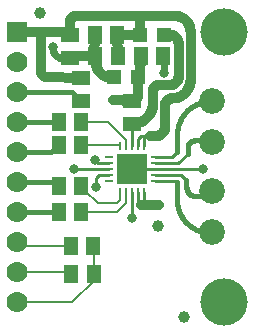
<source format=gbr>
G04 EAGLE Gerber RS-274X export*
G75*
%MOMM*%
%FSLAX34Y34*%
%LPD*%
%INTop Copper*%
%IPPOS*%
%AMOC8*
5,1,8,0,0,1.08239X$1,22.5*%
G01*
%ADD10R,1.300000X1.500000*%
%ADD11R,1.200000X1.300000*%
%ADD12R,1.500000X1.300000*%
%ADD13R,1.778000X1.778000*%
%ADD14C,1.778000*%
%ADD15C,2.184400*%
%ADD16C,1.000000*%
%ADD17C,4.000000*%
%ADD18R,0.280000X0.730000*%
%ADD19R,0.730000X0.280000*%
%ADD20R,2.500000X2.500000*%
%ADD21C,0.254000*%
%ADD22C,0.800100*%
%ADD23C,0.203200*%
%ADD24C,0.812800*%
%ADD25C,0.609600*%
%ADD26C,0.406400*%


D10*
X61160Y73430D03*
X80160Y73430D03*
X61450Y49760D03*
X80450Y49760D03*
D11*
X119680Y251750D03*
X140000Y251750D03*
X97460Y215870D03*
X117780Y215870D03*
D12*
X60540Y251640D03*
X60540Y232640D03*
X113250Y176740D03*
X113250Y195740D03*
D13*
X15240Y254000D03*
D14*
X15240Y228600D03*
X15240Y203200D03*
X15240Y177800D03*
X15240Y152400D03*
X15240Y127000D03*
X15240Y101600D03*
X15240Y76200D03*
X15240Y50800D03*
X15240Y25400D03*
D10*
X139340Y233650D03*
X120340Y233650D03*
X100610Y251750D03*
X81610Y251750D03*
D15*
X180340Y119600D03*
X180340Y84600D03*
X180340Y195800D03*
X180340Y160800D03*
D16*
X34920Y270050D03*
X156680Y13010D03*
D17*
X190500Y25400D03*
X190500Y254000D03*
D10*
X50770Y101870D03*
X69770Y101870D03*
X50770Y123590D03*
X69770Y123590D03*
X50770Y158680D03*
X69770Y158680D03*
X50770Y178130D03*
X69770Y178130D03*
D18*
X103030Y118780D03*
X108030Y118780D03*
X113030Y118780D03*
X118030Y118780D03*
X123030Y118780D03*
D19*
X132680Y128430D03*
X132680Y133430D03*
X132680Y138430D03*
X132680Y143430D03*
X132680Y148430D03*
D18*
X123030Y158080D03*
X118030Y158080D03*
X113030Y158080D03*
X108030Y158080D03*
X103030Y158080D03*
D19*
X93380Y148430D03*
X93380Y143430D03*
X93380Y138430D03*
X93380Y133430D03*
X93380Y128430D03*
D20*
X113030Y138430D03*
D10*
X100940Y233680D03*
X81940Y233680D03*
D12*
X69850Y196240D03*
X69850Y215240D03*
D16*
X134620Y90170D03*
D21*
X93380Y143430D02*
X83900Y143430D01*
X81280Y146050D01*
D22*
X81280Y146050D03*
D23*
X61160Y73430D02*
X18070Y73430D01*
X15240Y76200D01*
D21*
X85170Y133430D02*
X93380Y133430D01*
X85170Y133430D02*
X82550Y130810D01*
X82550Y123190D01*
D22*
X82550Y123190D03*
D23*
X59450Y51100D02*
X15240Y50800D01*
X59450Y51100D02*
X61450Y49760D01*
D21*
X61830Y50800D01*
D24*
X35560Y254300D02*
X15240Y254000D01*
X35560Y254300D02*
X35560Y222250D01*
X35562Y222092D01*
X35568Y221933D01*
X35578Y221775D01*
X35592Y221618D01*
X35609Y221460D01*
X35631Y221304D01*
X35656Y221147D01*
X35686Y220992D01*
X35719Y220837D01*
X35756Y220683D01*
X35797Y220530D01*
X35842Y220378D01*
X35891Y220228D01*
X35943Y220078D01*
X35999Y219930D01*
X36059Y219783D01*
X36122Y219638D01*
X36189Y219495D01*
X36259Y219353D01*
X36333Y219213D01*
X36411Y219075D01*
X36492Y218939D01*
X36576Y218805D01*
X36663Y218673D01*
X36754Y218543D01*
X36848Y218416D01*
X36945Y218291D01*
X37046Y218168D01*
X37149Y218048D01*
X37255Y217931D01*
X37364Y217816D01*
X37476Y217704D01*
X37591Y217595D01*
X37708Y217489D01*
X37828Y217386D01*
X37951Y217285D01*
X38076Y217188D01*
X38203Y217094D01*
X38333Y217003D01*
X38465Y216916D01*
X38599Y216832D01*
X38735Y216751D01*
X38873Y216673D01*
X39013Y216599D01*
X39155Y216529D01*
X39298Y216462D01*
X39443Y216399D01*
X39590Y216339D01*
X39738Y216283D01*
X39888Y216231D01*
X40038Y216182D01*
X40190Y216137D01*
X40343Y216096D01*
X40497Y216059D01*
X40652Y216026D01*
X40807Y215996D01*
X40964Y215971D01*
X41120Y215949D01*
X41278Y215932D01*
X41435Y215918D01*
X41593Y215908D01*
X41752Y215902D01*
X41910Y215900D01*
X69850Y215240D01*
X60540Y251640D02*
X60540Y262470D01*
X60542Y262616D01*
X60548Y262763D01*
X60558Y262909D01*
X60571Y263055D01*
X60589Y263200D01*
X60610Y263345D01*
X60635Y263489D01*
X60664Y263633D01*
X60697Y263775D01*
X60734Y263917D01*
X60774Y264058D01*
X60818Y264197D01*
X60866Y264336D01*
X60918Y264473D01*
X60973Y264609D01*
X61032Y264743D01*
X61094Y264875D01*
X61160Y265006D01*
X61229Y265135D01*
X61301Y265262D01*
X61377Y265387D01*
X61457Y265510D01*
X61539Y265631D01*
X61625Y265750D01*
X61714Y265866D01*
X61806Y265980D01*
X61901Y266092D01*
X61999Y266201D01*
X62099Y266307D01*
X62203Y266411D01*
X62309Y266511D01*
X62418Y266609D01*
X62530Y266704D01*
X62644Y266796D01*
X62760Y266885D01*
X62879Y266971D01*
X63000Y267053D01*
X63123Y267133D01*
X63248Y267209D01*
X63375Y267281D01*
X63504Y267350D01*
X63635Y267416D01*
X63767Y267478D01*
X63901Y267537D01*
X64037Y267592D01*
X64174Y267644D01*
X64313Y267692D01*
X64452Y267736D01*
X64593Y267776D01*
X64735Y267813D01*
X64877Y267846D01*
X65021Y267875D01*
X65165Y267900D01*
X65310Y267921D01*
X65455Y267939D01*
X65601Y267952D01*
X65747Y267962D01*
X65894Y267968D01*
X66040Y267970D01*
X119380Y267970D01*
X119380Y252050D02*
X119382Y252016D01*
X119388Y251983D01*
X119397Y251951D01*
X119410Y251920D01*
X119426Y251890D01*
X119445Y251863D01*
X119468Y251838D01*
X119493Y251815D01*
X119520Y251796D01*
X119550Y251780D01*
X119581Y251767D01*
X119613Y251758D01*
X119646Y251752D01*
X119680Y251750D01*
X100610Y251750D01*
X101270Y234010D01*
X101236Y234008D01*
X101201Y234003D01*
X101168Y233994D01*
X101136Y233981D01*
X101105Y233966D01*
X101076Y233947D01*
X101049Y233925D01*
X101025Y233901D01*
X101003Y233874D01*
X100984Y233845D01*
X100969Y233814D01*
X100956Y233782D01*
X100947Y233749D01*
X100942Y233714D01*
X100940Y233680D01*
D21*
X118030Y163750D02*
X118030Y158080D01*
X118030Y163750D02*
X120650Y166370D01*
X121920Y166370D01*
X123030Y165260D02*
X123030Y158080D01*
X123030Y165260D02*
X121920Y166370D01*
X128270Y166370D01*
D24*
X133350Y166370D01*
X162560Y215900D02*
X162560Y254000D01*
X162571Y254322D01*
X162575Y254645D01*
X162571Y254968D01*
X162559Y255290D01*
X162539Y255612D01*
X162512Y255933D01*
X162476Y256254D01*
X162433Y256574D01*
X162383Y256892D01*
X162324Y257210D01*
X162258Y257525D01*
X162185Y257840D01*
X162103Y258152D01*
X162015Y258462D01*
X161919Y258770D01*
X161815Y259075D01*
X161704Y259378D01*
X161586Y259678D01*
X161460Y259976D01*
X161328Y260270D01*
X161188Y260561D01*
X161041Y260848D01*
X160888Y261132D01*
X160727Y261412D01*
X160560Y261687D01*
X160386Y261959D01*
X160206Y262227D01*
X160019Y262490D01*
X159827Y262749D01*
X159627Y263002D01*
X159422Y263251D01*
X159211Y263495D01*
X158994Y263734D01*
X158771Y263967D01*
X158543Y264195D01*
X158309Y264418D01*
X158070Y264634D01*
X157826Y264845D01*
X157577Y265050D01*
X157323Y265249D01*
X157064Y265441D01*
X156800Y265628D01*
X156533Y265807D01*
X156261Y265981D01*
X155984Y266147D01*
X155704Y266307D01*
X155420Y266460D01*
X155133Y266607D01*
X154842Y266746D01*
X154547Y266878D01*
X154250Y267003D01*
X153950Y267121D01*
X153647Y267232D01*
X153341Y267335D01*
X153033Y267430D01*
X152722Y267519D01*
X152410Y267599D01*
X152096Y267673D01*
X151780Y267738D01*
X151463Y267796D01*
X151144Y267846D01*
X150824Y267889D01*
X150504Y267924D01*
X150182Y267951D01*
X149860Y267970D01*
X119380Y267970D01*
X119380Y252050D01*
X140970Y173990D02*
X140968Y173806D01*
X140961Y173622D01*
X140950Y173438D01*
X140934Y173255D01*
X140914Y173072D01*
X140890Y172889D01*
X140861Y172707D01*
X140828Y172526D01*
X140790Y172346D01*
X140749Y172166D01*
X140702Y171988D01*
X140652Y171811D01*
X140597Y171635D01*
X140538Y171461D01*
X140475Y171288D01*
X140407Y171117D01*
X140336Y170947D01*
X140260Y170779D01*
X140181Y170613D01*
X140097Y170449D01*
X140010Y170287D01*
X139918Y170127D01*
X139823Y169969D01*
X139724Y169814D01*
X139621Y169661D01*
X139515Y169511D01*
X139405Y169363D01*
X139291Y169218D01*
X139174Y169076D01*
X139054Y168937D01*
X138930Y168801D01*
X138803Y168667D01*
X138673Y168537D01*
X138539Y168410D01*
X138403Y168286D01*
X138264Y168166D01*
X138122Y168049D01*
X137977Y167935D01*
X137829Y167825D01*
X137679Y167719D01*
X137526Y167616D01*
X137371Y167517D01*
X137213Y167422D01*
X137053Y167330D01*
X136891Y167243D01*
X136727Y167159D01*
X136561Y167080D01*
X136393Y167004D01*
X136223Y166933D01*
X136052Y166865D01*
X135879Y166802D01*
X135705Y166743D01*
X135529Y166688D01*
X135352Y166638D01*
X135174Y166591D01*
X134994Y166550D01*
X134814Y166512D01*
X134633Y166479D01*
X134451Y166450D01*
X134268Y166426D01*
X134085Y166406D01*
X133902Y166390D01*
X133718Y166379D01*
X133534Y166372D01*
X133350Y166370D01*
D21*
X118030Y118780D02*
X118030Y108030D01*
X120650Y107950D01*
D22*
X135890Y107950D03*
X133350Y166370D03*
D21*
X123030Y118780D02*
X123030Y108110D01*
X123190Y107950D01*
D24*
X120650Y107950D01*
X123190Y107950D02*
X135890Y107950D01*
X140970Y173990D02*
X140970Y191770D01*
X140972Y191928D01*
X140978Y192087D01*
X140988Y192245D01*
X141002Y192402D01*
X141019Y192560D01*
X141041Y192716D01*
X141066Y192873D01*
X141096Y193028D01*
X141129Y193183D01*
X141166Y193337D01*
X141207Y193490D01*
X141252Y193642D01*
X141301Y193792D01*
X141353Y193942D01*
X141409Y194090D01*
X141469Y194237D01*
X141532Y194382D01*
X141599Y194525D01*
X141669Y194667D01*
X141743Y194807D01*
X141821Y194945D01*
X141902Y195081D01*
X141986Y195215D01*
X142073Y195347D01*
X142164Y195477D01*
X142258Y195604D01*
X142355Y195729D01*
X142456Y195852D01*
X142559Y195972D01*
X142665Y196089D01*
X142774Y196204D01*
X142886Y196316D01*
X143001Y196425D01*
X143118Y196531D01*
X143238Y196634D01*
X143361Y196735D01*
X143486Y196832D01*
X143613Y196926D01*
X143743Y197017D01*
X143875Y197104D01*
X144009Y197188D01*
X144145Y197269D01*
X144283Y197347D01*
X144423Y197421D01*
X144565Y197491D01*
X144708Y197558D01*
X144853Y197621D01*
X145000Y197681D01*
X145148Y197737D01*
X145298Y197789D01*
X145448Y197838D01*
X145600Y197883D01*
X145753Y197924D01*
X145907Y197961D01*
X146062Y197994D01*
X146217Y198024D01*
X146374Y198049D01*
X146530Y198071D01*
X146688Y198088D01*
X146845Y198102D01*
X147003Y198112D01*
X147162Y198118D01*
X147320Y198120D01*
X148590Y198120D01*
X148973Y198171D01*
X149355Y198230D01*
X149735Y198300D01*
X150113Y198378D01*
X150490Y198465D01*
X150864Y198562D01*
X151236Y198667D01*
X151605Y198782D01*
X151971Y198905D01*
X152334Y199037D01*
X152694Y199178D01*
X153050Y199327D01*
X153402Y199486D01*
X153751Y199652D01*
X154096Y199827D01*
X154436Y200010D01*
X154771Y200202D01*
X155102Y200401D01*
X155428Y200608D01*
X155749Y200824D01*
X156065Y201046D01*
X156375Y201277D01*
X156680Y201515D01*
X156978Y201760D01*
X157271Y202012D01*
X157557Y202272D01*
X157837Y202538D01*
X158111Y202810D01*
X158378Y203090D01*
X158638Y203376D01*
X158891Y203668D01*
X159137Y203965D01*
X159376Y204269D01*
X159607Y204579D01*
X159831Y204894D01*
X160047Y205214D01*
X160255Y205540D01*
X160456Y205870D01*
X160648Y206205D01*
X160832Y206545D01*
X161008Y206889D01*
X161176Y207237D01*
X161335Y207589D01*
X161485Y207945D01*
X161627Y208304D01*
X161760Y208667D01*
X161885Y209033D01*
X162000Y209402D01*
X162106Y209773D01*
X162204Y210147D01*
X162292Y210523D01*
X162372Y210901D01*
X162442Y211281D01*
X162503Y211663D01*
X162555Y212045D01*
X162597Y212430D01*
X162630Y212814D01*
X162654Y213200D01*
X162669Y213586D01*
X162674Y213973D01*
X162670Y214359D01*
X162656Y214745D01*
X162634Y215131D01*
X162602Y215516D01*
X162560Y215900D01*
X58540Y254300D02*
X35560Y254300D01*
X58540Y254300D02*
X58634Y254285D01*
X58726Y254266D01*
X58818Y254243D01*
X58909Y254217D01*
X58999Y254187D01*
X59088Y254153D01*
X59175Y254116D01*
X59261Y254075D01*
X59345Y254031D01*
X59427Y253984D01*
X59507Y253933D01*
X59585Y253880D01*
X59661Y253823D01*
X59734Y253763D01*
X59805Y253700D01*
X59873Y253634D01*
X59939Y253566D01*
X60002Y253495D01*
X60062Y253422D01*
X60119Y253346D01*
X60173Y253268D01*
X60223Y253188D01*
X60271Y253106D01*
X60315Y253022D01*
X60355Y252936D01*
X60393Y252849D01*
X60426Y252761D01*
X60456Y252671D01*
X60483Y252580D01*
X60505Y252488D01*
X60524Y252395D01*
X60540Y252301D01*
X60551Y252207D01*
X60559Y252113D01*
X60563Y252018D01*
X60563Y251923D01*
X60559Y251829D01*
X60551Y251734D01*
X60540Y251640D01*
D21*
X132680Y138430D02*
X172720Y138430D01*
D22*
X172720Y138430D03*
D24*
X80950Y234010D02*
X81610Y251750D01*
X80950Y234010D02*
X80975Y233964D01*
X81004Y233919D01*
X81035Y233877D01*
X81070Y233837D01*
X81107Y233800D01*
X81147Y233766D01*
X81189Y233734D01*
X81233Y233705D01*
X81279Y233680D01*
X81327Y233658D01*
X81377Y233640D01*
X81427Y233625D01*
X81479Y233614D01*
X81531Y233606D01*
X81583Y233602D01*
X81636Y233602D01*
X81689Y233606D01*
X81741Y233614D01*
X81792Y233625D01*
X81843Y233640D01*
X81892Y233658D01*
X81940Y233680D01*
X94010Y215870D02*
X97460Y215870D01*
X94010Y215870D02*
X93698Y215905D01*
X93387Y215948D01*
X93077Y215998D01*
X92768Y216056D01*
X92461Y216121D01*
X92156Y216194D01*
X91852Y216275D01*
X91551Y216363D01*
X91252Y216458D01*
X90955Y216560D01*
X90661Y216670D01*
X90369Y216787D01*
X90081Y216911D01*
X89796Y217042D01*
X89514Y217180D01*
X89235Y217325D01*
X88960Y217477D01*
X88689Y217635D01*
X88422Y217800D01*
X88159Y217972D01*
X87901Y218150D01*
X87646Y218334D01*
X87397Y218525D01*
X87152Y218721D01*
X86912Y218924D01*
X86677Y219132D01*
X86447Y219346D01*
X86223Y219565D01*
X86004Y219790D01*
X85790Y220021D01*
X85583Y220256D01*
X85381Y220497D01*
X85185Y220742D01*
X84995Y220992D01*
X84811Y221247D01*
X84634Y221506D01*
X84463Y221769D01*
X84299Y222037D01*
X84141Y222308D01*
X83990Y222584D01*
X83846Y222863D01*
X83708Y223145D01*
X83578Y223430D01*
X83455Y223719D01*
X83338Y224011D01*
X83229Y224305D01*
X83128Y224602D01*
X83033Y224902D01*
X82946Y225203D01*
X82866Y225507D01*
X82794Y225813D01*
X82730Y226120D01*
X82673Y226429D01*
X82623Y226739D01*
X82581Y227050D01*
X82547Y227362D01*
X82520Y227675D01*
X82502Y227988D01*
X82490Y228302D01*
X82487Y228616D01*
X82491Y228930D01*
X82503Y229244D01*
X82523Y229557D01*
X82550Y229870D01*
X82550Y232410D01*
X82568Y232467D01*
X82583Y232526D01*
X82594Y232585D01*
X82601Y232645D01*
X82605Y232705D01*
X82606Y232765D01*
X82602Y232825D01*
X82595Y232885D01*
X82585Y232944D01*
X82571Y233002D01*
X82553Y233060D01*
X82532Y233116D01*
X82508Y233171D01*
X82480Y233225D01*
X82449Y233276D01*
X82415Y233326D01*
X82379Y233374D01*
X82339Y233419D01*
X82297Y233462D01*
X82252Y233502D01*
X82205Y233539D01*
X82155Y233574D01*
X82104Y233605D01*
X82051Y233633D01*
X81996Y233658D01*
X81940Y233680D01*
X80950Y234010D02*
X62570Y234010D01*
X62489Y234024D01*
X62407Y234034D01*
X62325Y234040D01*
X62242Y234042D01*
X62160Y234040D01*
X62078Y234034D01*
X61996Y234025D01*
X61914Y234011D01*
X61834Y233994D01*
X61754Y233972D01*
X61676Y233947D01*
X61598Y233919D01*
X61523Y233886D01*
X61448Y233851D01*
X61376Y233811D01*
X61306Y233768D01*
X61237Y233722D01*
X61171Y233673D01*
X61108Y233620D01*
X61046Y233565D01*
X60988Y233507D01*
X60933Y233446D01*
X60880Y233382D01*
X60830Y233317D01*
X60784Y233248D01*
X60741Y233178D01*
X60702Y233106D01*
X60665Y233032D01*
X60633Y232956D01*
X60604Y232879D01*
X60579Y232800D01*
X60557Y232721D01*
X60540Y232640D01*
D25*
X139340Y233650D02*
X140000Y220000D01*
D22*
X140000Y220000D03*
X45720Y241300D03*
D25*
X55040Y231980D02*
X60540Y232640D01*
X55040Y231980D02*
X54815Y231983D01*
X54590Y231991D01*
X54365Y232004D01*
X54140Y232024D01*
X53917Y232048D01*
X53693Y232078D01*
X53471Y232113D01*
X53249Y232154D01*
X53029Y232200D01*
X52810Y232251D01*
X52592Y232307D01*
X52375Y232369D01*
X52160Y232436D01*
X51947Y232508D01*
X51735Y232586D01*
X51525Y232668D01*
X51318Y232755D01*
X51113Y232848D01*
X50909Y232945D01*
X50709Y233048D01*
X50511Y233155D01*
X50315Y233266D01*
X50122Y233383D01*
X49933Y233504D01*
X49746Y233630D01*
X49562Y233760D01*
X49381Y233895D01*
X49204Y234033D01*
X49030Y234177D01*
X48860Y234324D01*
X48693Y234475D01*
X48530Y234631D01*
X48371Y234790D01*
X48215Y234953D01*
X48064Y235120D01*
X47917Y235290D01*
X47773Y235464D01*
X47635Y235641D01*
X47500Y235822D01*
X47370Y236006D01*
X47244Y236193D01*
X47123Y236382D01*
X47006Y236575D01*
X46895Y236771D01*
X46788Y236969D01*
X46685Y237169D01*
X46588Y237373D01*
X46495Y237578D01*
X46408Y237785D01*
X46326Y237995D01*
X46248Y238207D01*
X46176Y238420D01*
X46109Y238635D01*
X46047Y238852D01*
X45991Y239070D01*
X45940Y239289D01*
X45894Y239509D01*
X45853Y239731D01*
X45818Y239953D01*
X45788Y240177D01*
X45764Y240400D01*
X45744Y240625D01*
X45731Y240850D01*
X45723Y241075D01*
X45720Y241300D01*
D21*
X113030Y138430D02*
X132680Y138430D01*
D22*
X113030Y138430D03*
D21*
X113030Y158080D02*
X113030Y175860D01*
X113250Y176740D01*
D24*
X140000Y251750D02*
X144490Y251750D01*
X144666Y251764D01*
X144842Y251773D01*
X145019Y251777D01*
X145195Y251778D01*
X145372Y251774D01*
X145548Y251766D01*
X145724Y251753D01*
X145900Y251737D01*
X146075Y251716D01*
X146250Y251691D01*
X146424Y251662D01*
X146597Y251628D01*
X146769Y251590D01*
X146941Y251549D01*
X147111Y251503D01*
X147280Y251453D01*
X147448Y251399D01*
X147615Y251340D01*
X147780Y251278D01*
X147944Y251212D01*
X148106Y251142D01*
X148266Y251068D01*
X148424Y250990D01*
X148581Y250909D01*
X148735Y250823D01*
X148888Y250734D01*
X149038Y250641D01*
X149186Y250545D01*
X149331Y250445D01*
X149474Y250342D01*
X149615Y250235D01*
X149752Y250125D01*
X149888Y250011D01*
X150020Y249895D01*
X150150Y249775D01*
X150276Y249652D01*
X150400Y249526D01*
X150520Y249397D01*
X150638Y249265D01*
X150752Y249130D01*
X150863Y248993D01*
X150970Y248853D01*
X151074Y248711D01*
X151175Y248566D01*
X151272Y248418D01*
X151365Y248269D01*
X151455Y248117D01*
X151541Y247963D01*
X151624Y247807D01*
X151702Y247649D01*
X151777Y247489D01*
X151848Y247327D01*
X151915Y247164D01*
X151978Y246999D01*
X152037Y246833D01*
X152092Y246665D01*
X152143Y246496D01*
X152190Y246326D01*
X152232Y246155D01*
X152271Y245982D01*
X152305Y245809D01*
X152335Y245635D01*
X152361Y245461D01*
X152383Y245286D01*
X152400Y245110D01*
X152400Y215900D01*
X130810Y193640D02*
X130797Y193224D01*
X130774Y192808D01*
X130741Y192393D01*
X130698Y191979D01*
X130644Y191566D01*
X130581Y191154D01*
X130508Y190744D01*
X130425Y190336D01*
X130333Y189930D01*
X130230Y189526D01*
X130118Y189125D01*
X129996Y188727D01*
X129865Y188332D01*
X129724Y187940D01*
X129573Y187552D01*
X129413Y187167D01*
X129244Y186786D01*
X129066Y186410D01*
X128879Y186038D01*
X128683Y185671D01*
X128478Y185308D01*
X128264Y184951D01*
X128042Y184599D01*
X127811Y184252D01*
X127572Y183911D01*
X127325Y183576D01*
X127070Y183246D01*
X126807Y182924D01*
X126536Y182607D01*
X126258Y182297D01*
X125972Y181995D01*
X125679Y181699D01*
X125379Y181410D01*
X125072Y181128D01*
X124758Y180854D01*
X124438Y180588D01*
X124112Y180330D01*
X123779Y180079D01*
X123440Y179837D01*
X123096Y179603D01*
X122746Y179377D01*
X122391Y179160D01*
X122030Y178951D01*
X121665Y178751D01*
X121295Y178560D01*
X120920Y178378D01*
X120541Y178206D01*
X120158Y178042D01*
X119772Y177888D01*
X119381Y177743D01*
X118987Y177607D01*
X118590Y177481D01*
X118191Y177365D01*
X117788Y177259D01*
X117383Y177162D01*
X116976Y177075D01*
X116566Y176998D01*
X116155Y176931D01*
X115743Y176873D01*
X115329Y176826D01*
X114914Y176789D01*
X114499Y176762D01*
X114083Y176744D01*
X113666Y176737D01*
X113250Y176740D01*
X144780Y209550D02*
X144949Y209537D01*
X145118Y209527D01*
X145288Y209522D01*
X145457Y209521D01*
X145627Y209524D01*
X145796Y209531D01*
X145965Y209543D01*
X146134Y209558D01*
X146302Y209577D01*
X146470Y209601D01*
X146637Y209628D01*
X146804Y209660D01*
X146970Y209695D01*
X147134Y209735D01*
X147298Y209779D01*
X147461Y209826D01*
X147622Y209877D01*
X147783Y209933D01*
X147942Y209992D01*
X148099Y210055D01*
X148255Y210122D01*
X148409Y210192D01*
X148561Y210266D01*
X148712Y210344D01*
X148860Y210426D01*
X149007Y210511D01*
X149152Y210599D01*
X149294Y210691D01*
X149434Y210787D01*
X149572Y210885D01*
X149707Y210988D01*
X149840Y211093D01*
X149970Y211201D01*
X150098Y211313D01*
X150222Y211428D01*
X150344Y211545D01*
X150464Y211666D01*
X150580Y211789D01*
X150693Y211915D01*
X150803Y212044D01*
X150910Y212176D01*
X151014Y212310D01*
X151114Y212446D01*
X151211Y212585D01*
X151305Y212727D01*
X151395Y212870D01*
X151482Y213016D01*
X151565Y213163D01*
X151645Y213313D01*
X151721Y213464D01*
X151793Y213618D01*
X151862Y213773D01*
X151927Y213929D01*
X151988Y214087D01*
X152045Y214247D01*
X152099Y214408D01*
X152148Y214570D01*
X152194Y214733D01*
X152235Y214897D01*
X152273Y215063D01*
X152306Y215229D01*
X152336Y215396D01*
X152361Y215563D01*
X152383Y215731D01*
X152400Y215900D01*
X144780Y209550D02*
X135890Y209550D01*
X135741Y209531D01*
X135592Y209509D01*
X135444Y209482D01*
X135296Y209452D01*
X135150Y209418D01*
X135004Y209380D01*
X134859Y209338D01*
X134716Y209293D01*
X134573Y209244D01*
X134433Y209191D01*
X134293Y209134D01*
X134155Y209074D01*
X134019Y209010D01*
X133884Y208943D01*
X133751Y208872D01*
X133620Y208797D01*
X133492Y208720D01*
X133365Y208639D01*
X133240Y208554D01*
X133118Y208467D01*
X132998Y208376D01*
X132880Y208282D01*
X132765Y208185D01*
X132652Y208085D01*
X132542Y207982D01*
X132435Y207877D01*
X132331Y207768D01*
X132229Y207657D01*
X132131Y207543D01*
X132035Y207427D01*
X131943Y207308D01*
X131853Y207187D01*
X131767Y207064D01*
X131684Y206938D01*
X131605Y206810D01*
X131528Y206680D01*
X131456Y206549D01*
X131386Y206415D01*
X131321Y206280D01*
X131258Y206143D01*
X131200Y206004D01*
X131145Y205864D01*
X131094Y205722D01*
X131046Y205579D01*
X131002Y205435D01*
X130962Y205290D01*
X130926Y205144D01*
X130894Y204997D01*
X130865Y204849D01*
X130841Y204701D01*
X130820Y204552D01*
X130803Y204402D01*
X130790Y204252D01*
X130781Y204102D01*
X130776Y203951D01*
X130775Y203801D01*
X130778Y203650D01*
X130785Y203500D01*
X130796Y203350D01*
X130810Y203200D01*
X130810Y193640D01*
X119680Y217770D02*
X120340Y233650D01*
X119680Y217770D02*
X119678Y217685D01*
X119672Y217600D01*
X119663Y217515D01*
X119649Y217431D01*
X119632Y217347D01*
X119612Y217265D01*
X119587Y217183D01*
X119559Y217102D01*
X119527Y217023D01*
X119492Y216946D01*
X119453Y216870D01*
X119411Y216795D01*
X119366Y216723D01*
X119317Y216653D01*
X119265Y216585D01*
X119211Y216520D01*
X119153Y216457D01*
X119093Y216397D01*
X119030Y216339D01*
X118965Y216285D01*
X118897Y216233D01*
X118827Y216184D01*
X118755Y216139D01*
X118680Y216097D01*
X118604Y216058D01*
X118527Y216023D01*
X118448Y215991D01*
X118367Y215963D01*
X118285Y215938D01*
X118203Y215918D01*
X118119Y215901D01*
X118035Y215887D01*
X117950Y215878D01*
X117865Y215872D01*
X117780Y215870D01*
X117780Y200930D01*
X117787Y200794D01*
X117791Y200657D01*
X117790Y200520D01*
X117786Y200384D01*
X117778Y200247D01*
X117766Y200111D01*
X117751Y199976D01*
X117731Y199840D01*
X117708Y199706D01*
X117681Y199572D01*
X117651Y199439D01*
X117616Y199306D01*
X117578Y199175D01*
X117536Y199045D01*
X117491Y198916D01*
X117442Y198789D01*
X117389Y198663D01*
X117333Y198538D01*
X117273Y198415D01*
X117210Y198294D01*
X117144Y198174D01*
X117074Y198057D01*
X117001Y197941D01*
X116925Y197828D01*
X116846Y197717D01*
X116764Y197608D01*
X116678Y197501D01*
X116590Y197397D01*
X116498Y197295D01*
X116404Y197196D01*
X116308Y197100D01*
X116208Y197006D01*
X116106Y196915D01*
X116001Y196827D01*
X115894Y196743D01*
X115785Y196661D01*
X115673Y196582D01*
X115560Y196506D01*
X115444Y196434D01*
X115326Y196365D01*
X115206Y196299D01*
X115085Y196236D01*
X114961Y196177D01*
X114837Y196122D01*
X114710Y196070D01*
X114582Y196021D01*
X114453Y195977D01*
X114323Y195935D01*
X114192Y195898D01*
X114059Y195864D01*
X113926Y195834D01*
X113792Y195808D01*
X113657Y195785D01*
X113522Y195766D01*
X113386Y195751D01*
X113250Y195740D01*
X96970Y196400D01*
X96928Y196402D01*
X96887Y196408D01*
X96847Y196417D01*
X96807Y196430D01*
X96769Y196447D01*
X96733Y196467D01*
X96699Y196491D01*
X96667Y196517D01*
X96637Y196547D01*
X96611Y196579D01*
X96587Y196613D01*
X96567Y196649D01*
X96550Y196687D01*
X96537Y196727D01*
X96528Y196767D01*
X96522Y196808D01*
X96520Y196850D01*
D22*
X96520Y196850D03*
D21*
X113030Y118780D02*
X113030Y96520D01*
D22*
X113030Y96520D03*
D26*
X48810Y101900D02*
X15240Y101600D01*
X48810Y101900D02*
X50770Y101870D01*
X45130Y127300D02*
X15240Y127000D01*
X45130Y127300D02*
X50770Y123590D01*
X48840Y178100D02*
X15240Y177800D01*
X48840Y178100D02*
X50770Y178130D01*
X44130Y152700D02*
X15240Y152400D01*
X44130Y152700D02*
X50770Y158680D01*
D21*
X132680Y133430D02*
X154283Y133430D01*
X159096Y128616D01*
D26*
X159096Y122844D01*
X159098Y122668D01*
X159104Y122493D01*
X159115Y122317D01*
X159130Y122142D01*
X159149Y121967D01*
X159172Y121793D01*
X159200Y121619D01*
X159232Y121446D01*
X159267Y121274D01*
X159307Y121103D01*
X159351Y120933D01*
X159400Y120764D01*
X159452Y120596D01*
X159508Y120430D01*
X159569Y120265D01*
X159633Y120101D01*
X159701Y119939D01*
X159773Y119779D01*
X159849Y119620D01*
X159929Y119464D01*
X160013Y119309D01*
X160100Y119156D01*
X160191Y119006D01*
X160286Y118858D01*
X160384Y118712D01*
X160485Y118568D01*
X160590Y118427D01*
X160699Y118289D01*
X160810Y118153D01*
X160925Y118020D01*
X161043Y117890D01*
X161165Y117763D01*
X161289Y117639D01*
X161416Y117517D01*
X161546Y117399D01*
X161679Y117284D01*
X161815Y117173D01*
X161953Y117064D01*
X162094Y116959D01*
X162238Y116858D01*
X162384Y116760D01*
X162532Y116665D01*
X162682Y116574D01*
X162835Y116487D01*
X162990Y116403D01*
X163146Y116323D01*
X163305Y116247D01*
X163465Y116175D01*
X163627Y116107D01*
X163791Y116043D01*
X163956Y115982D01*
X164122Y115926D01*
X164290Y115874D01*
X164459Y115825D01*
X164629Y115781D01*
X164800Y115741D01*
X164972Y115706D01*
X165145Y115674D01*
X165319Y115646D01*
X165493Y115623D01*
X165668Y115604D01*
X165843Y115589D01*
X166019Y115578D01*
X166194Y115572D01*
X166370Y115570D01*
X180680Y115570D01*
X180746Y115651D01*
X180809Y115734D01*
X180869Y115820D01*
X180926Y115908D01*
X180979Y115997D01*
X181029Y116089D01*
X181076Y116183D01*
X181119Y116278D01*
X181159Y116374D01*
X181195Y116472D01*
X181228Y116571D01*
X181257Y116672D01*
X181282Y116773D01*
X181304Y116875D01*
X181321Y116978D01*
X181336Y117082D01*
X181346Y117186D01*
X181352Y117290D01*
X181355Y117395D01*
X181354Y117499D01*
X181349Y117603D01*
X181340Y117707D01*
X181327Y117811D01*
X181311Y117914D01*
X181291Y118017D01*
X181267Y118119D01*
X181240Y118219D01*
X181208Y118319D01*
X181174Y118418D01*
X181135Y118515D01*
X181093Y118610D01*
X181048Y118704D01*
X180999Y118797D01*
X180947Y118887D01*
X180891Y118976D01*
X180833Y119062D01*
X180771Y119147D01*
X180706Y119229D01*
X180639Y119308D01*
X180568Y119385D01*
X180495Y119460D01*
X180419Y119531D01*
X180340Y119600D01*
D21*
X149700Y128430D02*
X132680Y128430D01*
X149700Y128430D02*
X151130Y127000D01*
D26*
X151130Y110980D01*
X151172Y110309D01*
X151231Y109639D01*
X151306Y108970D01*
X151396Y108304D01*
X151503Y107640D01*
X151626Y106979D01*
X151765Y106321D01*
X151920Y105666D01*
X152090Y105016D01*
X152276Y104369D01*
X152478Y103728D01*
X152695Y103091D01*
X152928Y102460D01*
X153175Y101835D01*
X153438Y101216D01*
X153716Y100603D01*
X154008Y99997D01*
X154315Y99399D01*
X154636Y98808D01*
X154971Y98225D01*
X155321Y97650D01*
X155684Y97084D01*
X156061Y96527D01*
X156451Y95979D01*
X156854Y95441D01*
X157270Y94913D01*
X157699Y94395D01*
X158140Y93887D01*
X158593Y93390D01*
X159058Y92904D01*
X159535Y92430D01*
X160023Y91967D01*
X160522Y91517D01*
X161032Y91078D01*
X161553Y90652D01*
X162083Y90238D01*
X162623Y89838D01*
X163173Y89451D01*
X163732Y89077D01*
X164300Y88716D01*
X164877Y88370D01*
X165461Y88037D01*
X166054Y87719D01*
X166654Y87415D01*
X167261Y87126D01*
X167875Y86852D01*
X168495Y86592D01*
X169122Y86348D01*
X169754Y86118D01*
X170392Y85904D01*
X171034Y85706D01*
X171682Y85523D01*
X172333Y85356D01*
X172988Y85205D01*
X173647Y85069D01*
X174309Y84949D01*
X174973Y84846D01*
X175640Y84759D01*
X176309Y84687D01*
X176979Y84632D01*
X177651Y84593D01*
X178323Y84571D01*
X178995Y84564D01*
X179668Y84574D01*
X180340Y84600D01*
D21*
X152320Y143430D02*
X132680Y143430D01*
X152320Y143430D02*
X160020Y151130D01*
D26*
X160020Y156210D01*
X160022Y156368D01*
X160028Y156527D01*
X160038Y156685D01*
X160052Y156842D01*
X160069Y157000D01*
X160091Y157156D01*
X160116Y157313D01*
X160146Y157468D01*
X160179Y157623D01*
X160216Y157777D01*
X160257Y157930D01*
X160302Y158082D01*
X160351Y158232D01*
X160403Y158382D01*
X160459Y158530D01*
X160519Y158677D01*
X160582Y158822D01*
X160649Y158965D01*
X160719Y159107D01*
X160793Y159247D01*
X160871Y159385D01*
X160952Y159521D01*
X161036Y159655D01*
X161123Y159787D01*
X161214Y159917D01*
X161308Y160044D01*
X161405Y160169D01*
X161506Y160292D01*
X161609Y160412D01*
X161715Y160529D01*
X161824Y160644D01*
X161936Y160756D01*
X162051Y160865D01*
X162168Y160971D01*
X162288Y161074D01*
X162411Y161175D01*
X162536Y161272D01*
X162663Y161366D01*
X162793Y161457D01*
X162925Y161544D01*
X163059Y161628D01*
X163195Y161709D01*
X163333Y161787D01*
X163473Y161861D01*
X163615Y161931D01*
X163758Y161998D01*
X163903Y162061D01*
X164050Y162121D01*
X164198Y162177D01*
X164348Y162229D01*
X164498Y162278D01*
X164650Y162323D01*
X164803Y162364D01*
X164957Y162401D01*
X165112Y162434D01*
X165267Y162464D01*
X165424Y162489D01*
X165580Y162511D01*
X165738Y162528D01*
X165895Y162542D01*
X166053Y162552D01*
X166212Y162558D01*
X166370Y162560D01*
X180670Y162560D01*
X180615Y162520D01*
X180561Y162476D01*
X180510Y162430D01*
X180462Y162382D01*
X180417Y162331D01*
X180374Y162277D01*
X180334Y162221D01*
X180297Y162163D01*
X180264Y162103D01*
X180234Y162042D01*
X180207Y161979D01*
X180184Y161914D01*
X180164Y161849D01*
X180147Y161782D01*
X180135Y161715D01*
X180126Y161647D01*
X180121Y161578D01*
X180119Y161510D01*
X180121Y161441D01*
X180127Y161373D01*
X180137Y161305D01*
X180150Y161238D01*
X180167Y161171D01*
X180187Y161106D01*
X180211Y161041D01*
X180238Y160979D01*
X180269Y160917D01*
X180303Y160858D01*
X180340Y160800D01*
D21*
X147160Y148430D02*
X132680Y148430D01*
X147160Y148430D02*
X151130Y152400D01*
D26*
X151130Y168020D01*
X151156Y168719D01*
X151199Y169417D01*
X151260Y170114D01*
X151337Y170810D01*
X151432Y171503D01*
X151543Y172193D01*
X151672Y172881D01*
X151817Y173565D01*
X151979Y174246D01*
X152158Y174922D01*
X152353Y175594D01*
X152565Y176261D01*
X152792Y176922D01*
X153037Y177578D01*
X153297Y178227D01*
X153573Y178870D01*
X153864Y179506D01*
X154171Y180135D01*
X154494Y180755D01*
X154832Y181368D01*
X155184Y181972D01*
X155552Y182568D01*
X155933Y183154D01*
X156329Y183730D01*
X156740Y184297D01*
X157164Y184854D01*
X157601Y185400D01*
X158052Y185935D01*
X158515Y186459D01*
X158992Y186971D01*
X159481Y187471D01*
X159982Y187960D01*
X160494Y188435D01*
X161019Y188899D01*
X161554Y189349D01*
X162101Y189786D01*
X162658Y190209D01*
X163225Y190618D01*
X163802Y191014D01*
X164389Y191395D01*
X164984Y191762D01*
X165589Y192114D01*
X166202Y192451D01*
X166823Y192772D01*
X167452Y193079D01*
X168088Y193370D01*
X168731Y193645D01*
X169381Y193905D01*
X170037Y194148D01*
X170699Y194375D01*
X171366Y194586D01*
X172038Y194781D01*
X172714Y194959D01*
X173395Y195120D01*
X174079Y195264D01*
X174767Y195392D01*
X175458Y195503D01*
X176151Y195597D01*
X176847Y195673D01*
X177544Y195733D01*
X178242Y195775D01*
X178941Y195801D01*
X179640Y195809D01*
X180340Y195800D01*
D23*
X73260Y119780D02*
X69770Y123590D01*
X73260Y119780D02*
X83820Y109220D01*
X100330Y109220D01*
X102870Y111760D01*
X102870Y118620D01*
X103030Y118780D01*
X100600Y101870D02*
X69770Y101870D01*
X100600Y101870D02*
X107950Y109220D01*
X107950Y118700D01*
X108030Y118780D01*
X92380Y178130D02*
X69770Y178130D01*
X92380Y178130D02*
X107950Y162560D01*
X107950Y158160D01*
X108030Y158080D01*
X102430Y158680D02*
X69770Y158680D01*
X102430Y158680D02*
X103030Y158080D01*
D21*
X93380Y138430D02*
X63500Y138430D01*
D26*
X61930Y203500D02*
X15240Y203200D01*
X61930Y203500D02*
X69850Y196240D01*
D21*
X68580Y194310D01*
D22*
X63500Y138430D03*
D23*
X80160Y73430D02*
X81110Y73140D01*
X80450Y49760D01*
X62530Y25700D02*
X15240Y25400D01*
X62530Y25700D02*
X81280Y44450D01*
X81280Y49590D01*
X80450Y49760D01*
M02*

</source>
